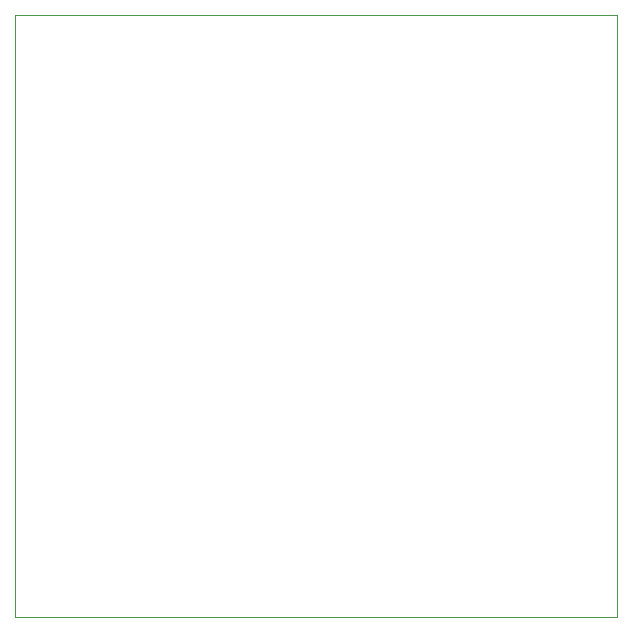
<source format=gbp>
G75*
%MOIN*%
%OFA0B0*%
%FSLAX25Y25*%
%IPPOS*%
%LPD*%
%AMOC8*
5,1,8,0,0,1.08239X$1,22.5*
%
%ADD10C,0.00000*%
D10*
X0014920Y0007058D02*
X0014920Y0207846D01*
X0215707Y0207846D01*
X0215707Y0007058D01*
X0014920Y0007058D01*
M02*

</source>
